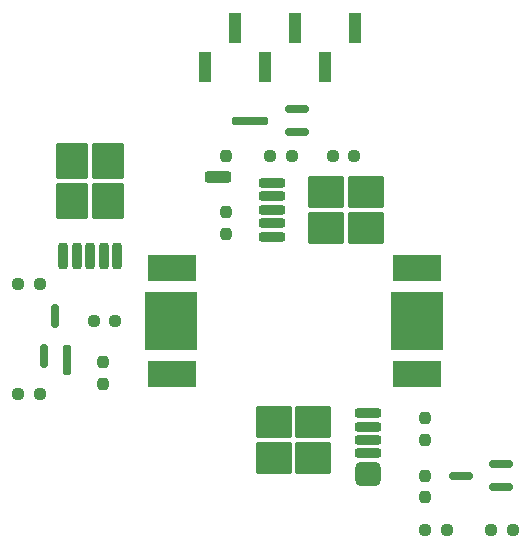
<source format=gbr>
%TF.GenerationSoftware,KiCad,Pcbnew,9.0.2*%
%TF.CreationDate,2025-11-10T02:45:49+09:00*%
%TF.ProjectId,Pmod_PLED,506d6f64-5f50-44c4-9544-2e6b69636164,rev?*%
%TF.SameCoordinates,Original*%
%TF.FileFunction,Paste,Top*%
%TF.FilePolarity,Positive*%
%FSLAX46Y46*%
G04 Gerber Fmt 4.6, Leading zero omitted, Abs format (unit mm)*
G04 Created by KiCad (PCBNEW 9.0.2) date 2025-11-10 02:45:49*
%MOMM*%
%LPD*%
G01*
G04 APERTURE LIST*
G04 Aperture macros list*
%AMRoundRect*
0 Rectangle with rounded corners*
0 $1 Rounding radius*
0 $2 $3 $4 $5 $6 $7 $8 $9 X,Y pos of 4 corners*
0 Add a 4 corners polygon primitive as box body*
4,1,4,$2,$3,$4,$5,$6,$7,$8,$9,$2,$3,0*
0 Add four circle primitives for the rounded corners*
1,1,$1+$1,$2,$3*
1,1,$1+$1,$4,$5*
1,1,$1+$1,$6,$7*
1,1,$1+$1,$8,$9*
0 Add four rect primitives between the rounded corners*
20,1,$1+$1,$2,$3,$4,$5,0*
20,1,$1+$1,$4,$5,$6,$7,0*
20,1,$1+$1,$6,$7,$8,$9,0*
20,1,$1+$1,$8,$9,$2,$3,0*%
%AMFreePoly0*
4,1,5,2.000000,-1.100000,-2.000000,-1.100000,-2.000000,1.100000,2.000000,1.100000,2.000000,-1.100000,2.000000,-1.100000,$1*%
%AMFreePoly1*
4,1,5,2.200000,-2.420000,-2.200000,-2.420000,-2.200000,2.420000,2.200000,2.420000,2.200000,-2.420000,2.200000,-2.420000,$1*%
G04 Aperture macros list end*
%ADD10RoundRect,0.200000X0.900000X0.200000X-0.900000X0.200000X-0.900000X-0.200000X0.900000X-0.200000X0*%
%ADD11RoundRect,0.514250X0.585750X0.514250X-0.585750X0.514250X-0.585750X-0.514250X0.585750X-0.514250X0*%
%ADD12RoundRect,0.250000X1.275000X1.125000X-1.275000X1.125000X-1.275000X-1.125000X1.275000X-1.125000X0*%
%ADD13R,1.000000X2.510000*%
%ADD14R,1.008000X2.521000*%
%ADD15R,1.016000X2.540000*%
%ADD16RoundRect,0.162500X0.162500X-0.837500X0.162500X0.837500X-0.162500X0.837500X-0.162500X-0.837500X0*%
%ADD17RoundRect,0.162500X0.162500X-1.133500X0.162500X1.133500X-0.162500X1.133500X-0.162500X-1.133500X0*%
%ADD18RoundRect,0.237500X0.250000X0.237500X-0.250000X0.237500X-0.250000X-0.237500X0.250000X-0.237500X0*%
%ADD19RoundRect,0.237500X0.237500X-0.250000X0.237500X0.250000X-0.237500X0.250000X-0.237500X-0.250000X0*%
%ADD20RoundRect,0.243750X-0.882750X0.243750X-0.882750X-0.243750X0.882750X-0.243750X0.882750X0.243750X0*%
%ADD21RoundRect,0.237500X-0.237500X0.250000X-0.237500X-0.250000X0.237500X-0.250000X0.237500X0.250000X0*%
%ADD22RoundRect,0.162500X1.387500X0.162500X-1.387500X0.162500X-1.387500X-0.162500X1.387500X-0.162500X0*%
%ADD23RoundRect,0.162500X0.837500X0.162500X-0.837500X0.162500X-0.837500X-0.162500X0.837500X-0.162500X0*%
%ADD24RoundRect,0.200000X0.200000X-0.900000X0.200000X0.900000X-0.200000X0.900000X-0.200000X-0.900000X0*%
%ADD25RoundRect,0.250000X1.125000X-1.275000X1.125000X1.275000X-1.125000X1.275000X-1.125000X-1.275000X0*%
%ADD26RoundRect,0.200000X-0.900000X-0.200000X0.900000X-0.200000X0.900000X0.200000X-0.900000X0.200000X0*%
%ADD27RoundRect,0.250000X-1.275000X-1.125000X1.275000X-1.125000X1.275000X1.125000X-1.275000X1.125000X0*%
%ADD28RoundRect,0.237500X-0.250000X-0.237500X0.250000X-0.237500X0.250000X0.237500X-0.250000X0.237500X0*%
%ADD29FreePoly0,180.000000*%
%ADD30FreePoly1,180.000000*%
G04 APERTURE END LIST*
D10*
%TO.C,U3*%
X148092800Y-96957800D03*
X148092800Y-98097800D03*
X148092800Y-99237800D03*
X148092800Y-100377800D03*
D11*
X148092800Y-102146300D03*
D12*
X140117800Y-97712800D03*
X140117800Y-100762800D03*
X143467800Y-97712800D03*
X143467800Y-100762800D03*
%TD*%
D13*
%TO.C,J2*%
X147040600Y-64381000D03*
D14*
X144496600Y-67696500D03*
D13*
X141960600Y-64381000D03*
X139420600Y-67691000D03*
D15*
X136880600Y-64385000D03*
D13*
X134340600Y-67691000D03*
%TD*%
D16*
%TO.C,Q4*%
X120690600Y-92134000D03*
D17*
X122590600Y-92430000D03*
D16*
X121640600Y-88714000D03*
%TD*%
D18*
%TO.C,R7*%
X120343300Y-95351600D03*
X118518300Y-95351600D03*
%TD*%
D19*
%TO.C,R3*%
X152984200Y-97409000D03*
X152984200Y-99234000D03*
%TD*%
%TO.C,R6*%
X152958800Y-102262300D03*
X152958800Y-104087300D03*
%TD*%
D20*
%TO.C,R5*%
X135416300Y-76985500D03*
D21*
X136067800Y-75160500D03*
%TD*%
D22*
%TO.C,Q1*%
X138151200Y-72186800D03*
D23*
X142121200Y-71236800D03*
X142121200Y-73136800D03*
%TD*%
D24*
%TO.C,U1*%
X126892400Y-83616800D03*
X125752400Y-83616800D03*
X124612400Y-83616800D03*
X123472400Y-83616800D03*
X122332400Y-83616800D03*
D25*
X126137400Y-75641800D03*
X123087400Y-75641800D03*
X126137400Y-78991800D03*
X123087400Y-78991800D03*
%TD*%
D26*
%TO.C,U2*%
X139951800Y-82011600D03*
X139951800Y-80871600D03*
X139951800Y-79731600D03*
X139951800Y-78591600D03*
X139951800Y-77451600D03*
D27*
X147926800Y-81256600D03*
X147926800Y-78206600D03*
X144576800Y-81256600D03*
X144576800Y-78206600D03*
%TD*%
D18*
%TO.C,R11*%
X145112100Y-75184000D03*
X146937100Y-75184000D03*
%TD*%
%TO.C,R10*%
X139854300Y-75158600D03*
X141679300Y-75158600D03*
%TD*%
D21*
%TO.C,R8*%
X125704600Y-94460700D03*
X125704600Y-92635700D03*
%TD*%
D28*
%TO.C,R4*%
X120343300Y-86029800D03*
X118518300Y-86029800D03*
%TD*%
D18*
%TO.C,R15*%
X160373700Y-106883200D03*
X158548700Y-106883200D03*
%TD*%
D23*
%TO.C,Q2*%
X159418600Y-103204500D03*
X159418600Y-101304500D03*
X155998600Y-102254500D03*
%TD*%
D21*
%TO.C,R1*%
X136093200Y-79961100D03*
X136093200Y-81786100D03*
%TD*%
D28*
%TO.C,R2*%
X124893700Y-89128600D03*
X126718700Y-89128600D03*
%TD*%
D18*
%TO.C,R14*%
X154785700Y-106832400D03*
X152960700Y-106832400D03*
%TD*%
D29*
%TO.C,D1*%
X152259000Y-93654000D03*
D30*
X152259000Y-89154000D03*
D29*
X152259000Y-84654000D03*
X131559000Y-84654000D03*
D30*
X131459000Y-89154000D03*
D29*
X131559000Y-93654000D03*
%TD*%
M02*

</source>
